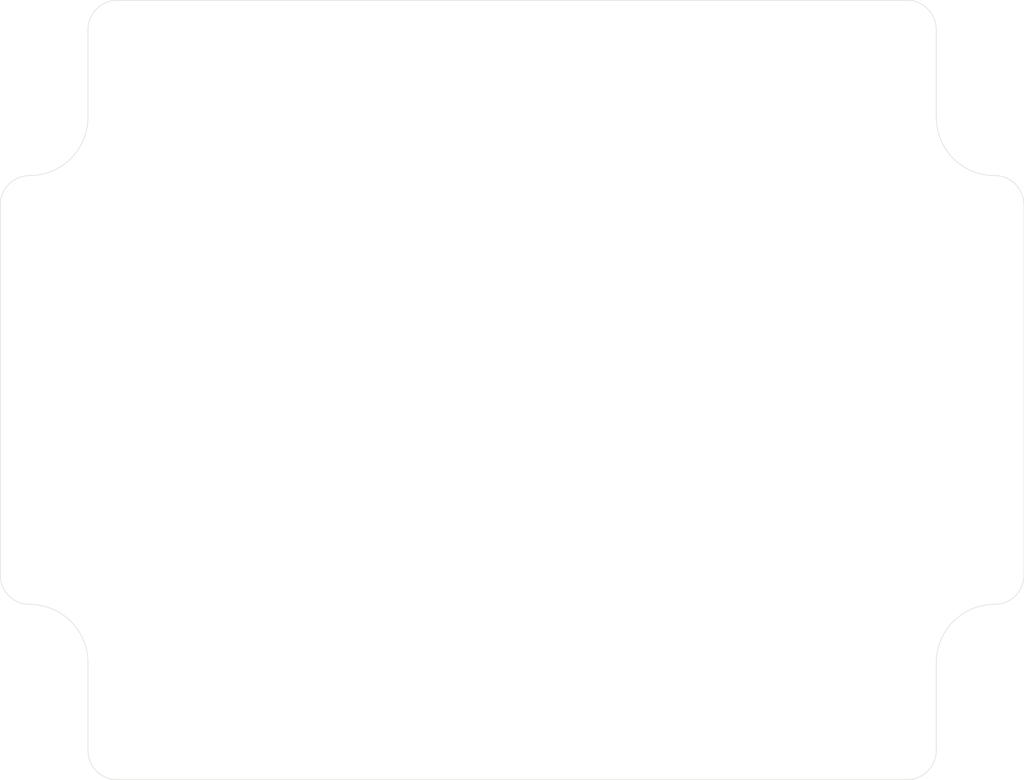
<source format=kicad_pcb>
(kicad_pcb (version 20171130) (host pcbnew 5.1.10)

  (general
    (thickness 1.6)
    (drawings 24)
    (tracks 0)
    (zones 0)
    (modules 4)
    (nets 1)
  )

  (page A4)
  (layers
    (0 Top signal)
    (31 Bottom signal)
    (32 B.Adhes user)
    (33 F.Adhes user)
    (34 B.Paste user)
    (35 F.Paste user)
    (36 B.SilkS user)
    (37 F.SilkS user)
    (38 B.Mask user)
    (39 F.Mask user)
    (40 Dwgs.User user)
    (41 Cmts.User user)
    (42 Eco1.User user)
    (43 Eco2.User user)
    (44 Edge.Cuts user)
    (45 Margin user)
    (46 B.CrtYd user)
    (47 F.CrtYd user)
    (48 B.Fab user)
    (49 F.Fab user)
  )

  (setup
    (last_trace_width 0.25)
    (trace_clearance 0.2)
    (zone_clearance 0.508)
    (zone_45_only no)
    (trace_min 0.2)
    (via_size 0.8)
    (via_drill 0.4)
    (via_min_size 0.4)
    (via_min_drill 0.3)
    (uvia_size 0.3)
    (uvia_drill 0.1)
    (uvias_allowed no)
    (uvia_min_size 0.2)
    (uvia_min_drill 0.1)
    (edge_width 0.05)
    (segment_width 0.2)
    (pcb_text_width 0.3)
    (pcb_text_size 1.5 1.5)
    (mod_edge_width 0.12)
    (mod_text_size 1 1)
    (mod_text_width 0.15)
    (pad_size 1.524 1.524)
    (pad_drill 0.762)
    (pad_to_mask_clearance 0)
    (aux_axis_origin 0 0)
    (visible_elements FFFFFF7F)
    (pcbplotparams
      (layerselection 0x010fc_ffffffff)
      (usegerberextensions false)
      (usegerberattributes true)
      (usegerberadvancedattributes true)
      (creategerberjobfile true)
      (excludeedgelayer true)
      (linewidth 0.100000)
      (plotframeref false)
      (viasonmask false)
      (mode 1)
      (useauxorigin false)
      (hpglpennumber 1)
      (hpglpenspeed 20)
      (hpglpendiameter 15.000000)
      (psnegative false)
      (psa4output false)
      (plotreference true)
      (plotvalue true)
      (plotinvisibletext false)
      (padsonsilk false)
      (subtractmaskfromsilk false)
      (outputformat 1)
      (mirror false)
      (drillshape 1)
      (scaleselection 1)
      (outputdirectory ""))
  )

  (net 0 "")

  (net_class Default "This is the default net class."
    (clearance 0.2)
    (trace_width 0.25)
    (via_dia 0.8)
    (via_drill 0.4)
    (uvia_dia 0.3)
    (uvia_drill 0.1)
  )

  (module "" (layer Top) (tedit 0) (tstamp 0)
    (at 187.2011 70.8036)
    (fp_text reference @HOLE0 (at 0 0) (layer F.SilkS) hide
      (effects (font (size 1.27 1.27) (thickness 0.15)))
    )
    (fp_text value "" (at 0 0) (layer F.SilkS)
      (effects (font (size 1.27 1.27) (thickness 0.15)))
    )
    (pad "" np_thru_hole circle (at 0 0) (size 3.2 3.2) (drill 3.2) (layers *.Cu *.Mask))
  )

  (module "" (layer Top) (tedit 0) (tstamp 0)
    (at 109.8161 70.8286)
    (fp_text reference @HOLE2 (at 0 0) (layer F.SilkS) hide
      (effects (font (size 1.27 1.27) (thickness 0.15)))
    )
    (fp_text value "" (at 0 0) (layer F.SilkS)
      (effects (font (size 1.27 1.27) (thickness 0.15)))
    )
    (pad "" np_thru_hole circle (at 0 0) (size 3.2 3.2) (drill 3.2) (layers *.Cu *.Mask))
  )

  (module "" (layer Top) (tedit 0) (tstamp 0)
    (at 109.8061 139.2036)
    (fp_text reference @HOLE4 (at 0 0) (layer F.SilkS) hide
      (effects (font (size 1.27 1.27) (thickness 0.15)))
    )
    (fp_text value "" (at 0 0) (layer F.SilkS)
      (effects (font (size 1.27 1.27) (thickness 0.15)))
    )
    (pad "" np_thru_hole circle (at 0 0) (size 3.2 3.2) (drill 3.2) (layers *.Cu *.Mask))
  )

  (module "" (layer Top) (tedit 0) (tstamp 0)
    (at 187.2011 139.2036)
    (fp_text reference @HOLE5 (at 0 0) (layer F.SilkS) hide
      (effects (font (size 1.27 1.27) (thickness 0.15)))
    )
    (fp_text value "" (at 0 0) (layer F.SilkS)
      (effects (font (size 1.27 1.27) (thickness 0.15)))
    )
    (pad "" np_thru_hole circle (at 0 0) (size 3.2 3.2) (drill 3.2) (layers *.Cu *.Mask))
  )

  (gr_arc (start 108.0011 142.0036) (end 105.0011 142.0036) (angle -90) (layer Edge.Cuts) (width 0.05) (tstamp 1321F030))
  (gr_line (start 105.0011 133.0036) (end 105.0011 142.0036) (layer Edge.Cuts) (width 0.05) (tstamp 1321F450))
  (gr_arc (start 99.001099 133.0036) (end 105.0011 133.0036) (angle -90) (layer Edge.Cuts) (width 0.05) (tstamp 129DB280))
  (gr_arc (start 99.0011 124.0036) (end 96.0011 124.0036) (angle -90) (layer Edge.Cuts) (width 0.05) (tstamp 129DB6A0))
  (gr_arc (start 108.0011 68.0036) (end 108.0011 65.0036) (angle -90) (layer Edge.Cuts) (width 0.05) (tstamp 13C46950))
  (gr_line (start 105.0011 77.0036) (end 105.0011 68.0036) (layer Edge.Cuts) (width 0.05) (tstamp 12430080))
  (gr_arc (start 99.001099 77.0036) (end 99.0011 83.0036) (angle -90) (layer Edge.Cuts) (width 0.05) (tstamp 12430420))
  (gr_arc (start 99.0011 86.0036) (end 99.0011 83.0036) (angle -90) (layer Edge.Cuts) (width 0.05) (tstamp 123FAD00))
  (gr_line (start 96.0011 86.0036) (end 96.0011 124.0036) (layer Edge.Cuts) (width 0.05) (tstamp 123FB120))
  (gr_arc (start 189.0011 142.0036) (end 189.0011 145.0036) (angle -90) (layer Edge.Cuts) (width 0.05) (tstamp 15010560))
  (gr_line (start 192.0011 133.0036) (end 192.0011 142.0036) (layer Edge.Cuts) (width 0.05) (tstamp 15010980))
  (gr_arc (start 198.0011 133.0036) (end 198.0011 127.0036) (angle -90) (layer Edge.Cuts) (width 0.05) (tstamp 164C8C80))
  (gr_arc (start 198.0011 124.0036) (end 198.0011 127.0036) (angle -90) (layer Edge.Cuts) (width 0.05) (tstamp 164C90A0))
  (gr_arc (start 189.0011 68.0036) (end 192.0011 68.0036) (angle -90) (layer Edge.Cuts) (width 0.05) (tstamp 14709B90))
  (gr_line (start 192.0011 77.0036) (end 192.0011 68.0036) (layer Edge.Cuts) (width 0.05) (tstamp 14353090))
  (gr_arc (start 198.0011 77.0036) (end 192.0011 77.0036) (angle -90) (layer Edge.Cuts) (width 0.05) (tstamp 14353430))
  (gr_arc (start 198.0011 86.0036) (end 201.0011 86.0036) (angle -90) (layer Edge.Cuts) (width 0.05) (tstamp 122B3080))
  (gr_line (start 201.0011 86.0036) (end 201.0011 124.0036) (layer Edge.Cuts) (width 0.05) (tstamp 122B34A0))
  (gr_line (start 108.0011 65.0036) (end 189.0011 65.0036) (layer Edge.Cuts) (width 0.05) (tstamp 15507100))
  (gr_line (start 108.0011 145.0036) (end 189.0011 145.0036) (layer Edge.Cuts) (width 0.05) (tstamp 155074A0))
  (gr_circle (center 109.8011 139.2036) (end 112.8011 139.2036) (layer Dwgs.User) (width 0.254) (tstamp 136CDF60))
  (gr_circle (center 187.2011 70.8036) (end 190.2011 70.8036) (layer Dwgs.User) (width 0.254) (tstamp 136CE280))
  (gr_circle (center 187.2011 139.2036) (end 190.2011 139.2036) (layer Dwgs.User) (width 0.254) (tstamp 130ED970))
  (gr_circle (center 109.8011 70.8036) (end 112.8011 70.8036) (layer Dwgs.User) (width 0.254) (tstamp 130EDC90))

)

</source>
